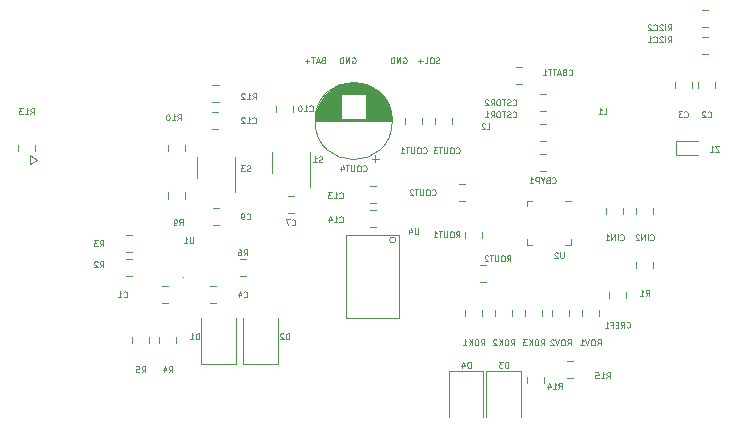
<source format=gbo>
G04 #@! TF.GenerationSoftware,KiCad,Pcbnew,(5.1.6)-1*
G04 #@! TF.CreationDate,2021-11-15T16:50:44+01:00*
G04 #@! TF.ProjectId,Power_module_v1,506f7765-725f-46d6-9f64-756c655f7631,rev?*
G04 #@! TF.SameCoordinates,Original*
G04 #@! TF.FileFunction,Legend,Bot*
G04 #@! TF.FilePolarity,Positive*
%FSLAX46Y46*%
G04 Gerber Fmt 4.6, Leading zero omitted, Abs format (unit mm)*
G04 Created by KiCad (PCBNEW (5.1.6)-1) date 2021-11-15 16:50:44*
%MOMM*%
%LPD*%
G01*
G04 APERTURE LIST*
%ADD10C,0.125000*%
%ADD11C,0.120000*%
G04 APERTURE END LIST*
D10*
X128170666Y-76148380D02*
X128099238Y-76172190D01*
X127980190Y-76172190D01*
X127932571Y-76148380D01*
X127908761Y-76124571D01*
X127884952Y-76076952D01*
X127884952Y-76029333D01*
X127908761Y-75981714D01*
X127932571Y-75957904D01*
X127980190Y-75934095D01*
X128075428Y-75910285D01*
X128123047Y-75886476D01*
X128146857Y-75862666D01*
X128170666Y-75815047D01*
X128170666Y-75767428D01*
X128146857Y-75719809D01*
X128123047Y-75696000D01*
X128075428Y-75672190D01*
X127956380Y-75672190D01*
X127884952Y-75696000D01*
X127575428Y-75672190D02*
X127480190Y-75672190D01*
X127432571Y-75696000D01*
X127384952Y-75743619D01*
X127361142Y-75838857D01*
X127361142Y-76005523D01*
X127384952Y-76100761D01*
X127432571Y-76148380D01*
X127480190Y-76172190D01*
X127575428Y-76172190D01*
X127623047Y-76148380D01*
X127670666Y-76100761D01*
X127694476Y-76005523D01*
X127694476Y-75838857D01*
X127670666Y-75743619D01*
X127623047Y-75696000D01*
X127575428Y-75672190D01*
X126908761Y-76172190D02*
X127146857Y-76172190D01*
X127146857Y-75672190D01*
X126742095Y-75981714D02*
X126361142Y-75981714D01*
X126551619Y-76172190D02*
X126551619Y-75791238D01*
X120776952Y-75696000D02*
X120824571Y-75672190D01*
X120896000Y-75672190D01*
X120967428Y-75696000D01*
X121015047Y-75743619D01*
X121038857Y-75791238D01*
X121062666Y-75886476D01*
X121062666Y-75957904D01*
X121038857Y-76053142D01*
X121015047Y-76100761D01*
X120967428Y-76148380D01*
X120896000Y-76172190D01*
X120848380Y-76172190D01*
X120776952Y-76148380D01*
X120753142Y-76124571D01*
X120753142Y-75957904D01*
X120848380Y-75957904D01*
X120538857Y-76172190D02*
X120538857Y-75672190D01*
X120253142Y-76172190D01*
X120253142Y-75672190D01*
X120015047Y-76172190D02*
X120015047Y-75672190D01*
X119896000Y-75672190D01*
X119824571Y-75696000D01*
X119776952Y-75743619D01*
X119753142Y-75791238D01*
X119729333Y-75886476D01*
X119729333Y-75957904D01*
X119753142Y-76053142D01*
X119776952Y-76100761D01*
X119824571Y-76148380D01*
X119896000Y-76172190D01*
X120015047Y-76172190D01*
X125094952Y-75696000D02*
X125142571Y-75672190D01*
X125214000Y-75672190D01*
X125285428Y-75696000D01*
X125333047Y-75743619D01*
X125356857Y-75791238D01*
X125380666Y-75886476D01*
X125380666Y-75957904D01*
X125356857Y-76053142D01*
X125333047Y-76100761D01*
X125285428Y-76148380D01*
X125214000Y-76172190D01*
X125166380Y-76172190D01*
X125094952Y-76148380D01*
X125071142Y-76124571D01*
X125071142Y-75957904D01*
X125166380Y-75957904D01*
X124856857Y-76172190D02*
X124856857Y-75672190D01*
X124571142Y-76172190D01*
X124571142Y-75672190D01*
X124333047Y-76172190D02*
X124333047Y-75672190D01*
X124214000Y-75672190D01*
X124142571Y-75696000D01*
X124094952Y-75743619D01*
X124071142Y-75791238D01*
X124047333Y-75886476D01*
X124047333Y-75957904D01*
X124071142Y-76053142D01*
X124094952Y-76100761D01*
X124142571Y-76148380D01*
X124214000Y-76172190D01*
X124333047Y-76172190D01*
X118280571Y-75910285D02*
X118209142Y-75934095D01*
X118185333Y-75957904D01*
X118161523Y-76005523D01*
X118161523Y-76076952D01*
X118185333Y-76124571D01*
X118209142Y-76148380D01*
X118256761Y-76172190D01*
X118447238Y-76172190D01*
X118447238Y-75672190D01*
X118280571Y-75672190D01*
X118232952Y-75696000D01*
X118209142Y-75719809D01*
X118185333Y-75767428D01*
X118185333Y-75815047D01*
X118209142Y-75862666D01*
X118232952Y-75886476D01*
X118280571Y-75910285D01*
X118447238Y-75910285D01*
X117971047Y-76029333D02*
X117732952Y-76029333D01*
X118018666Y-76172190D02*
X117852000Y-75672190D01*
X117685333Y-76172190D01*
X117590095Y-75672190D02*
X117304380Y-75672190D01*
X117447238Y-76172190D02*
X117447238Y-75672190D01*
X117137714Y-75981714D02*
X116756761Y-75981714D01*
X116947238Y-76172190D02*
X116947238Y-75791238D01*
D11*
X93472000Y-84074000D02*
X93472000Y-83947000D01*
X93472000Y-84709000D02*
X93472000Y-84074000D01*
X94107000Y-84328000D02*
X93472000Y-84709000D01*
X93472000Y-83947000D02*
X94107000Y-84328000D01*
X122293748Y-87984000D02*
X122816252Y-87984000D01*
X122293748Y-86514000D02*
X122816252Y-86514000D01*
X106517223Y-94277080D02*
G75*
G03*
X106517223Y-94277080I-52363J0D01*
G01*
X128969000Y-106121000D02*
X128969000Y-102236000D01*
X128969000Y-102236000D02*
X131889000Y-102236000D01*
X131889000Y-102236000D02*
X131889000Y-106121000D01*
X132144000Y-106121000D02*
X132144000Y-102236000D01*
X132144000Y-102236000D02*
X135064000Y-102236000D01*
X135064000Y-102236000D02*
X135064000Y-106121000D01*
X114490000Y-97714000D02*
X114490000Y-101599000D01*
X114490000Y-101599000D02*
X111570000Y-101599000D01*
X111570000Y-101599000D02*
X111570000Y-97714000D01*
X110934000Y-97714000D02*
X110934000Y-101599000D01*
X110934000Y-101599000D02*
X108014000Y-101599000D01*
X108014000Y-101599000D02*
X108014000Y-97714000D01*
X124460000Y-91126000D02*
G75*
G03*
X124460000Y-91126000I-254000J0D01*
G01*
X124714000Y-97730000D02*
X124714000Y-90745000D01*
X120269000Y-97730000D02*
X124714000Y-97730000D01*
X120269000Y-90745000D02*
X120269000Y-97730000D01*
X124714000Y-90745000D02*
X120269000Y-90745000D01*
X149510000Y-77716748D02*
X149510000Y-78239252D01*
X148090000Y-77716748D02*
X148090000Y-78239252D01*
X151510000Y-77716748D02*
X151510000Y-78239252D01*
X150090000Y-77716748D02*
X150090000Y-78239252D01*
X150883252Y-73100000D02*
X150360748Y-73100000D01*
X150883252Y-71680000D02*
X150360748Y-71680000D01*
X150883252Y-75386000D02*
X150360748Y-75386000D01*
X150883252Y-73966000D02*
X150360748Y-73966000D01*
X150052000Y-82712000D02*
X148202000Y-82712000D01*
X150052000Y-83912000D02*
X148202000Y-83912000D01*
X148202000Y-83912000D02*
X148202000Y-82712000D01*
X105866000Y-99315748D02*
X105866000Y-99838252D01*
X104446000Y-99315748D02*
X104446000Y-99838252D01*
X103580000Y-99315748D02*
X103580000Y-99838252D01*
X102160000Y-99315748D02*
X102160000Y-99838252D01*
X137167252Y-81307000D02*
X136644748Y-81307000D01*
X137167252Y-82777000D02*
X136644748Y-82777000D01*
X142521000Y-95518248D02*
X142521000Y-96040752D01*
X143991000Y-95518248D02*
X143991000Y-96040752D01*
X126719000Y-81287252D02*
X126719000Y-80764748D01*
X125249000Y-81287252D02*
X125249000Y-80764748D01*
X142267000Y-88384748D02*
X142267000Y-88907252D01*
X143737000Y-88384748D02*
X143737000Y-88907252D01*
X137167252Y-83847000D02*
X136644748Y-83847000D01*
X137167252Y-85317000D02*
X136644748Y-85317000D01*
X122284748Y-90016000D02*
X122807252Y-90016000D01*
X122284748Y-88546000D02*
X122807252Y-88546000D01*
X108937248Y-81761000D02*
X109459752Y-81761000D01*
X108937248Y-80291000D02*
X109459752Y-80291000D01*
X115797000Y-80271252D02*
X115797000Y-79748748D01*
X114327000Y-80271252D02*
X114327000Y-79748748D01*
X109481252Y-88419000D02*
X108958748Y-88419000D01*
X109481252Y-89889000D02*
X108958748Y-89889000D01*
X115831252Y-87403000D02*
X115308748Y-87403000D01*
X115831252Y-88873000D02*
X115308748Y-88873000D01*
X109227252Y-95023000D02*
X108704748Y-95023000D01*
X109227252Y-96493000D02*
X108704748Y-96493000D01*
X104640748Y-96493000D02*
X105163252Y-96493000D01*
X104640748Y-95023000D02*
X105163252Y-95023000D01*
X129786748Y-86387000D02*
X130309252Y-86387000D01*
X129786748Y-87857000D02*
X130309252Y-87857000D01*
X146277000Y-88384748D02*
X146277000Y-88907252D01*
X144807000Y-88384748D02*
X144807000Y-88907252D01*
X137167252Y-78767000D02*
X136644748Y-78767000D01*
X137167252Y-80237000D02*
X136644748Y-80237000D01*
X134612748Y-77951000D02*
X135135252Y-77951000D01*
X134612748Y-76481000D02*
X135135252Y-76481000D01*
X129259000Y-81287252D02*
X129259000Y-80764748D01*
X127789000Y-81287252D02*
X127789000Y-80764748D01*
X146252000Y-92956748D02*
X146252000Y-93479252D01*
X144832000Y-92956748D02*
X144832000Y-93479252D01*
X102115252Y-92762000D02*
X101592748Y-92762000D01*
X102115252Y-94182000D02*
X101592748Y-94182000D01*
X102115252Y-92150000D02*
X101592748Y-92150000D01*
X102115252Y-90730000D02*
X101592748Y-90730000D01*
X111244748Y-92762000D02*
X111767252Y-92762000D01*
X111244748Y-94182000D02*
X111767252Y-94182000D01*
X106628000Y-87628252D02*
X106628000Y-87105748D01*
X105208000Y-87628252D02*
X105208000Y-87105748D01*
X105208000Y-83573252D02*
X105208000Y-83050748D01*
X106628000Y-83573252D02*
X106628000Y-83050748D01*
X92508000Y-83059748D02*
X92508000Y-83582252D01*
X93928000Y-83059748D02*
X93928000Y-83582252D01*
X135561000Y-102735748D02*
X135561000Y-103258252D01*
X136981000Y-102735748D02*
X136981000Y-103258252D01*
X138930748Y-101398000D02*
X139453252Y-101398000D01*
X138930748Y-102818000D02*
X139453252Y-102818000D01*
X136854000Y-97543252D02*
X136854000Y-97020748D01*
X135434000Y-97543252D02*
X135434000Y-97020748D01*
X132894000Y-97543252D02*
X132894000Y-97020748D01*
X134314000Y-97543252D02*
X134314000Y-97020748D01*
X130354000Y-97020748D02*
X130354000Y-97543252D01*
X131774000Y-97020748D02*
X131774000Y-97543252D01*
X132087252Y-94690000D02*
X131564748Y-94690000D01*
X132087252Y-93270000D02*
X131564748Y-93270000D01*
X131774000Y-90939252D02*
X131774000Y-90416748D01*
X130354000Y-90939252D02*
X130354000Y-90416748D01*
X139140000Y-97543252D02*
X139140000Y-97020748D01*
X137720000Y-97543252D02*
X137720000Y-97020748D01*
X141680000Y-97020748D02*
X141680000Y-97543252D01*
X140260000Y-97020748D02*
X140260000Y-97543252D01*
X107610000Y-85910000D02*
X107610000Y-84110000D01*
X110830000Y-84110000D02*
X110830000Y-87060000D01*
X136029000Y-87802000D02*
X135554000Y-87802000D01*
X135554000Y-87802000D02*
X135554000Y-88277000D01*
X138799000Y-91522000D02*
X139274000Y-91522000D01*
X139274000Y-91522000D02*
X139274000Y-91047000D01*
X136029000Y-91522000D02*
X135554000Y-91522000D01*
X135554000Y-91522000D02*
X135554000Y-91047000D01*
X138799000Y-87802000D02*
X139274000Y-87802000D01*
X123058000Y-84231241D02*
X122428000Y-84231241D01*
X122743000Y-84546241D02*
X122743000Y-83916241D01*
X121306000Y-77805000D02*
X120502000Y-77805000D01*
X121537000Y-77845000D02*
X120271000Y-77845000D01*
X121706000Y-77885000D02*
X120102000Y-77885000D01*
X121844000Y-77925000D02*
X119964000Y-77925000D01*
X121963000Y-77965000D02*
X119845000Y-77965000D01*
X122069000Y-78005000D02*
X119739000Y-78005000D01*
X122166000Y-78045000D02*
X119642000Y-78045000D01*
X122254000Y-78085000D02*
X119554000Y-78085000D01*
X122336000Y-78125000D02*
X119472000Y-78125000D01*
X122413000Y-78165000D02*
X119395000Y-78165000D01*
X122485000Y-78205000D02*
X119323000Y-78205000D01*
X122554000Y-78245000D02*
X119254000Y-78245000D01*
X122618000Y-78285000D02*
X119190000Y-78285000D01*
X122680000Y-78325000D02*
X119128000Y-78325000D01*
X122738000Y-78365000D02*
X119070000Y-78365000D01*
X122794000Y-78405000D02*
X119014000Y-78405000D01*
X122848000Y-78445000D02*
X118960000Y-78445000D01*
X122899000Y-78485000D02*
X118909000Y-78485000D01*
X122948000Y-78525000D02*
X118860000Y-78525000D01*
X122996000Y-78565000D02*
X118812000Y-78565000D01*
X123041000Y-78605000D02*
X118767000Y-78605000D01*
X123086000Y-78645000D02*
X118722000Y-78645000D01*
X123128000Y-78685000D02*
X118680000Y-78685000D01*
X123169000Y-78725000D02*
X118639000Y-78725000D01*
X119864000Y-78765000D02*
X118599000Y-78765000D01*
X123209000Y-78765000D02*
X121944000Y-78765000D01*
X119864000Y-78805000D02*
X118561000Y-78805000D01*
X123247000Y-78805000D02*
X121944000Y-78805000D01*
X119864000Y-78845000D02*
X118524000Y-78845000D01*
X123284000Y-78845000D02*
X121944000Y-78845000D01*
X119864000Y-78885000D02*
X118488000Y-78885000D01*
X123320000Y-78885000D02*
X121944000Y-78885000D01*
X119864000Y-78925000D02*
X118454000Y-78925000D01*
X123354000Y-78925000D02*
X121944000Y-78925000D01*
X119864000Y-78965000D02*
X118420000Y-78965000D01*
X123388000Y-78965000D02*
X121944000Y-78965000D01*
X119864000Y-79005000D02*
X118388000Y-79005000D01*
X123420000Y-79005000D02*
X121944000Y-79005000D01*
X119864000Y-79045000D02*
X118356000Y-79045000D01*
X123452000Y-79045000D02*
X121944000Y-79045000D01*
X119864000Y-79085000D02*
X118326000Y-79085000D01*
X123482000Y-79085000D02*
X121944000Y-79085000D01*
X119864000Y-79125000D02*
X118297000Y-79125000D01*
X123511000Y-79125000D02*
X121944000Y-79125000D01*
X119864000Y-79165000D02*
X118268000Y-79165000D01*
X123540000Y-79165000D02*
X121944000Y-79165000D01*
X119864000Y-79205000D02*
X118240000Y-79205000D01*
X123568000Y-79205000D02*
X121944000Y-79205000D01*
X119864000Y-79245000D02*
X118214000Y-79245000D01*
X123594000Y-79245000D02*
X121944000Y-79245000D01*
X119864000Y-79285000D02*
X118188000Y-79285000D01*
X123620000Y-79285000D02*
X121944000Y-79285000D01*
X119864000Y-79325000D02*
X118162000Y-79325000D01*
X123646000Y-79325000D02*
X121944000Y-79325000D01*
X119864000Y-79365000D02*
X118138000Y-79365000D01*
X123670000Y-79365000D02*
X121944000Y-79365000D01*
X119864000Y-79405000D02*
X118114000Y-79405000D01*
X123694000Y-79405000D02*
X121944000Y-79405000D01*
X119864000Y-79445000D02*
X118092000Y-79445000D01*
X123716000Y-79445000D02*
X121944000Y-79445000D01*
X119864000Y-79485000D02*
X118070000Y-79485000D01*
X123738000Y-79485000D02*
X121944000Y-79485000D01*
X119864000Y-79525000D02*
X118048000Y-79525000D01*
X123760000Y-79525000D02*
X121944000Y-79525000D01*
X119864000Y-79565000D02*
X118028000Y-79565000D01*
X123780000Y-79565000D02*
X121944000Y-79565000D01*
X119864000Y-79605000D02*
X118008000Y-79605000D01*
X123800000Y-79605000D02*
X121944000Y-79605000D01*
X119864000Y-79645000D02*
X117988000Y-79645000D01*
X123820000Y-79645000D02*
X121944000Y-79645000D01*
X119864000Y-79685000D02*
X117970000Y-79685000D01*
X123838000Y-79685000D02*
X121944000Y-79685000D01*
X119864000Y-79725000D02*
X117952000Y-79725000D01*
X123856000Y-79725000D02*
X121944000Y-79725000D01*
X119864000Y-79765000D02*
X117934000Y-79765000D01*
X123874000Y-79765000D02*
X121944000Y-79765000D01*
X119864000Y-79805000D02*
X117918000Y-79805000D01*
X123890000Y-79805000D02*
X121944000Y-79805000D01*
X119864000Y-79845000D02*
X117902000Y-79845000D01*
X123906000Y-79845000D02*
X121944000Y-79845000D01*
X119864000Y-79885000D02*
X117886000Y-79885000D01*
X123922000Y-79885000D02*
X121944000Y-79885000D01*
X119864000Y-79925000D02*
X117871000Y-79925000D01*
X123937000Y-79925000D02*
X121944000Y-79925000D01*
X119864000Y-79965000D02*
X117857000Y-79965000D01*
X123951000Y-79965000D02*
X121944000Y-79965000D01*
X119864000Y-80005000D02*
X117843000Y-80005000D01*
X123965000Y-80005000D02*
X121944000Y-80005000D01*
X119864000Y-80045000D02*
X117830000Y-80045000D01*
X123978000Y-80045000D02*
X121944000Y-80045000D01*
X119864000Y-80085000D02*
X117818000Y-80085000D01*
X123990000Y-80085000D02*
X121944000Y-80085000D01*
X119864000Y-80125000D02*
X117806000Y-80125000D01*
X124002000Y-80125000D02*
X121944000Y-80125000D01*
X119864000Y-80165000D02*
X117794000Y-80165000D01*
X124014000Y-80165000D02*
X121944000Y-80165000D01*
X119864000Y-80205000D02*
X117783000Y-80205000D01*
X124025000Y-80205000D02*
X121944000Y-80205000D01*
X119864000Y-80245000D02*
X117773000Y-80245000D01*
X124035000Y-80245000D02*
X121944000Y-80245000D01*
X119864000Y-80285000D02*
X117763000Y-80285000D01*
X124045000Y-80285000D02*
X121944000Y-80285000D01*
X119864000Y-80325000D02*
X117754000Y-80325000D01*
X124054000Y-80325000D02*
X121944000Y-80325000D01*
X119864000Y-80366000D02*
X117745000Y-80366000D01*
X124063000Y-80366000D02*
X121944000Y-80366000D01*
X119864000Y-80406000D02*
X117737000Y-80406000D01*
X124071000Y-80406000D02*
X121944000Y-80406000D01*
X119864000Y-80446000D02*
X117729000Y-80446000D01*
X124079000Y-80446000D02*
X121944000Y-80446000D01*
X119864000Y-80486000D02*
X117722000Y-80486000D01*
X124086000Y-80486000D02*
X121944000Y-80486000D01*
X119864000Y-80526000D02*
X117715000Y-80526000D01*
X124093000Y-80526000D02*
X121944000Y-80526000D01*
X119864000Y-80566000D02*
X117709000Y-80566000D01*
X124099000Y-80566000D02*
X121944000Y-80566000D01*
X119864000Y-80606000D02*
X117703000Y-80606000D01*
X124105000Y-80606000D02*
X121944000Y-80606000D01*
X119864000Y-80646000D02*
X117698000Y-80646000D01*
X124110000Y-80646000D02*
X121944000Y-80646000D01*
X119864000Y-80686000D02*
X117693000Y-80686000D01*
X124115000Y-80686000D02*
X121944000Y-80686000D01*
X119864000Y-80726000D02*
X117689000Y-80726000D01*
X124119000Y-80726000D02*
X121944000Y-80726000D01*
X119864000Y-80766000D02*
X117686000Y-80766000D01*
X124122000Y-80766000D02*
X121944000Y-80766000D01*
X119864000Y-80806000D02*
X117682000Y-80806000D01*
X124126000Y-80806000D02*
X121944000Y-80806000D01*
X124128000Y-80846000D02*
X117680000Y-80846000D01*
X124131000Y-80886000D02*
X117677000Y-80886000D01*
X124132000Y-80926000D02*
X117676000Y-80926000D01*
X124134000Y-80966000D02*
X117674000Y-80966000D01*
X124134000Y-81006000D02*
X117674000Y-81006000D01*
X124134000Y-81046000D02*
X117674000Y-81046000D01*
X124174000Y-81046000D02*
G75*
G03*
X124174000Y-81046000I-3270000J0D01*
G01*
X109472252Y-79450000D02*
X108949748Y-79450000D01*
X109472252Y-78030000D02*
X108949748Y-78030000D01*
X117180000Y-83682000D02*
X117180000Y-86632000D01*
X113960000Y-85482000D02*
X113960000Y-83682000D01*
D10*
X119701428Y-87554571D02*
X119725238Y-87578380D01*
X119796666Y-87602190D01*
X119844285Y-87602190D01*
X119915714Y-87578380D01*
X119963333Y-87530761D01*
X119987142Y-87483142D01*
X120010952Y-87387904D01*
X120010952Y-87316476D01*
X119987142Y-87221238D01*
X119963333Y-87173619D01*
X119915714Y-87126000D01*
X119844285Y-87102190D01*
X119796666Y-87102190D01*
X119725238Y-87126000D01*
X119701428Y-87149809D01*
X119225238Y-87602190D02*
X119510952Y-87602190D01*
X119368095Y-87602190D02*
X119368095Y-87102190D01*
X119415714Y-87173619D01*
X119463333Y-87221238D01*
X119510952Y-87245047D01*
X119058571Y-87102190D02*
X118749047Y-87102190D01*
X118915714Y-87292666D01*
X118844285Y-87292666D01*
X118796666Y-87316476D01*
X118772857Y-87340285D01*
X118749047Y-87387904D01*
X118749047Y-87506952D01*
X118772857Y-87554571D01*
X118796666Y-87578380D01*
X118844285Y-87602190D01*
X118987142Y-87602190D01*
X119034761Y-87578380D01*
X119058571Y-87554571D01*
X107314952Y-90912190D02*
X107314952Y-91316952D01*
X107291142Y-91364571D01*
X107267333Y-91388380D01*
X107219714Y-91412190D01*
X107124476Y-91412190D01*
X107076857Y-91388380D01*
X107053047Y-91364571D01*
X107029238Y-91316952D01*
X107029238Y-90912190D01*
X106529238Y-91412190D02*
X106814952Y-91412190D01*
X106672095Y-91412190D02*
X106672095Y-90912190D01*
X106719714Y-90983619D01*
X106767333Y-91031238D01*
X106814952Y-91055047D01*
X130798047Y-101953190D02*
X130798047Y-101453190D01*
X130679000Y-101453190D01*
X130607571Y-101477000D01*
X130559952Y-101524619D01*
X130536142Y-101572238D01*
X130512333Y-101667476D01*
X130512333Y-101738904D01*
X130536142Y-101834142D01*
X130559952Y-101881761D01*
X130607571Y-101929380D01*
X130679000Y-101953190D01*
X130798047Y-101953190D01*
X130083761Y-101619857D02*
X130083761Y-101953190D01*
X130202809Y-101429380D02*
X130321857Y-101786523D01*
X130012333Y-101786523D01*
X133973047Y-101953190D02*
X133973047Y-101453190D01*
X133854000Y-101453190D01*
X133782571Y-101477000D01*
X133734952Y-101524619D01*
X133711142Y-101572238D01*
X133687333Y-101667476D01*
X133687333Y-101738904D01*
X133711142Y-101834142D01*
X133734952Y-101881761D01*
X133782571Y-101929380D01*
X133854000Y-101953190D01*
X133973047Y-101953190D01*
X133520666Y-101453190D02*
X133211142Y-101453190D01*
X133377809Y-101643666D01*
X133306380Y-101643666D01*
X133258761Y-101667476D01*
X133234952Y-101691285D01*
X133211142Y-101738904D01*
X133211142Y-101857952D01*
X133234952Y-101905571D01*
X133258761Y-101929380D01*
X133306380Y-101953190D01*
X133449238Y-101953190D01*
X133496857Y-101929380D01*
X133520666Y-101905571D01*
X115431047Y-99540190D02*
X115431047Y-99040190D01*
X115312000Y-99040190D01*
X115240571Y-99064000D01*
X115192952Y-99111619D01*
X115169142Y-99159238D01*
X115145333Y-99254476D01*
X115145333Y-99325904D01*
X115169142Y-99421142D01*
X115192952Y-99468761D01*
X115240571Y-99516380D01*
X115312000Y-99540190D01*
X115431047Y-99540190D01*
X114954857Y-99087809D02*
X114931047Y-99064000D01*
X114883428Y-99040190D01*
X114764380Y-99040190D01*
X114716761Y-99064000D01*
X114692952Y-99087809D01*
X114669142Y-99135428D01*
X114669142Y-99183047D01*
X114692952Y-99254476D01*
X114978666Y-99540190D01*
X114669142Y-99540190D01*
X107811047Y-99540190D02*
X107811047Y-99040190D01*
X107692000Y-99040190D01*
X107620571Y-99064000D01*
X107572952Y-99111619D01*
X107549142Y-99159238D01*
X107525333Y-99254476D01*
X107525333Y-99325904D01*
X107549142Y-99421142D01*
X107572952Y-99468761D01*
X107620571Y-99516380D01*
X107692000Y-99540190D01*
X107811047Y-99540190D01*
X107049142Y-99540190D02*
X107334857Y-99540190D01*
X107192000Y-99540190D02*
X107192000Y-99040190D01*
X107239619Y-99111619D01*
X107287238Y-99159238D01*
X107334857Y-99183047D01*
X126364952Y-90150190D02*
X126364952Y-90554952D01*
X126341142Y-90602571D01*
X126317333Y-90626380D01*
X126269714Y-90650190D01*
X126174476Y-90650190D01*
X126126857Y-90626380D01*
X126103047Y-90602571D01*
X126079238Y-90554952D01*
X126079238Y-90150190D01*
X125626857Y-90316857D02*
X125626857Y-90650190D01*
X125745904Y-90126380D02*
X125864952Y-90483523D01*
X125555428Y-90483523D01*
X148883333Y-80696571D02*
X148907142Y-80720380D01*
X148978571Y-80744190D01*
X149026190Y-80744190D01*
X149097619Y-80720380D01*
X149145238Y-80672761D01*
X149169047Y-80625142D01*
X149192857Y-80529904D01*
X149192857Y-80458476D01*
X149169047Y-80363238D01*
X149145238Y-80315619D01*
X149097619Y-80268000D01*
X149026190Y-80244190D01*
X148978571Y-80244190D01*
X148907142Y-80268000D01*
X148883333Y-80291809D01*
X148716666Y-80244190D02*
X148407142Y-80244190D01*
X148573809Y-80434666D01*
X148502380Y-80434666D01*
X148454761Y-80458476D01*
X148430952Y-80482285D01*
X148407142Y-80529904D01*
X148407142Y-80648952D01*
X148430952Y-80696571D01*
X148454761Y-80720380D01*
X148502380Y-80744190D01*
X148645238Y-80744190D01*
X148692857Y-80720380D01*
X148716666Y-80696571D01*
X150883333Y-80696571D02*
X150907142Y-80720380D01*
X150978571Y-80744190D01*
X151026190Y-80744190D01*
X151097619Y-80720380D01*
X151145238Y-80672761D01*
X151169047Y-80625142D01*
X151192857Y-80529904D01*
X151192857Y-80458476D01*
X151169047Y-80363238D01*
X151145238Y-80315619D01*
X151097619Y-80268000D01*
X151026190Y-80244190D01*
X150978571Y-80244190D01*
X150907142Y-80268000D01*
X150883333Y-80291809D01*
X150692857Y-80291809D02*
X150669047Y-80268000D01*
X150621428Y-80244190D01*
X150502380Y-80244190D01*
X150454761Y-80268000D01*
X150430952Y-80291809D01*
X150407142Y-80339428D01*
X150407142Y-80387047D01*
X150430952Y-80458476D01*
X150716666Y-80744190D01*
X150407142Y-80744190D01*
X147502476Y-73378190D02*
X147669142Y-73140095D01*
X147788190Y-73378190D02*
X147788190Y-72878190D01*
X147597714Y-72878190D01*
X147550095Y-72902000D01*
X147526285Y-72925809D01*
X147502476Y-72973428D01*
X147502476Y-73044857D01*
X147526285Y-73092476D01*
X147550095Y-73116285D01*
X147597714Y-73140095D01*
X147788190Y-73140095D01*
X147288190Y-73378190D02*
X147288190Y-72878190D01*
X147073904Y-72925809D02*
X147050095Y-72902000D01*
X147002476Y-72878190D01*
X146883428Y-72878190D01*
X146835809Y-72902000D01*
X146812000Y-72925809D01*
X146788190Y-72973428D01*
X146788190Y-73021047D01*
X146812000Y-73092476D01*
X147097714Y-73378190D01*
X146788190Y-73378190D01*
X146288190Y-73330571D02*
X146312000Y-73354380D01*
X146383428Y-73378190D01*
X146431047Y-73378190D01*
X146502476Y-73354380D01*
X146550095Y-73306761D01*
X146573904Y-73259142D01*
X146597714Y-73163904D01*
X146597714Y-73092476D01*
X146573904Y-72997238D01*
X146550095Y-72949619D01*
X146502476Y-72902000D01*
X146431047Y-72878190D01*
X146383428Y-72878190D01*
X146312000Y-72902000D01*
X146288190Y-72925809D01*
X146097714Y-72925809D02*
X146073904Y-72902000D01*
X146026285Y-72878190D01*
X145907238Y-72878190D01*
X145859619Y-72902000D01*
X145835809Y-72925809D01*
X145812000Y-72973428D01*
X145812000Y-73021047D01*
X145835809Y-73092476D01*
X146121523Y-73378190D01*
X145812000Y-73378190D01*
X147502476Y-74394190D02*
X147669142Y-74156095D01*
X147788190Y-74394190D02*
X147788190Y-73894190D01*
X147597714Y-73894190D01*
X147550095Y-73918000D01*
X147526285Y-73941809D01*
X147502476Y-73989428D01*
X147502476Y-74060857D01*
X147526285Y-74108476D01*
X147550095Y-74132285D01*
X147597714Y-74156095D01*
X147788190Y-74156095D01*
X147288190Y-74394190D02*
X147288190Y-73894190D01*
X147073904Y-73941809D02*
X147050095Y-73918000D01*
X147002476Y-73894190D01*
X146883428Y-73894190D01*
X146835809Y-73918000D01*
X146812000Y-73941809D01*
X146788190Y-73989428D01*
X146788190Y-74037047D01*
X146812000Y-74108476D01*
X147097714Y-74394190D01*
X146788190Y-74394190D01*
X146288190Y-74346571D02*
X146312000Y-74370380D01*
X146383428Y-74394190D01*
X146431047Y-74394190D01*
X146502476Y-74370380D01*
X146550095Y-74322761D01*
X146573904Y-74275142D01*
X146597714Y-74179904D01*
X146597714Y-74108476D01*
X146573904Y-74013238D01*
X146550095Y-73965619D01*
X146502476Y-73918000D01*
X146431047Y-73894190D01*
X146383428Y-73894190D01*
X146312000Y-73918000D01*
X146288190Y-73941809D01*
X145812000Y-74394190D02*
X146097714Y-74394190D01*
X145954857Y-74394190D02*
X145954857Y-73894190D01*
X146002476Y-73965619D01*
X146050095Y-74013238D01*
X146097714Y-74037047D01*
X151856761Y-83138190D02*
X151523428Y-83138190D01*
X151856761Y-83638190D01*
X151523428Y-83638190D01*
X151071047Y-83638190D02*
X151356761Y-83638190D01*
X151213904Y-83638190D02*
X151213904Y-83138190D01*
X151261523Y-83209619D01*
X151309142Y-83257238D01*
X151356761Y-83281047D01*
X105239333Y-102334190D02*
X105406000Y-102096095D01*
X105525047Y-102334190D02*
X105525047Y-101834190D01*
X105334571Y-101834190D01*
X105286952Y-101858000D01*
X105263142Y-101881809D01*
X105239333Y-101929428D01*
X105239333Y-102000857D01*
X105263142Y-102048476D01*
X105286952Y-102072285D01*
X105334571Y-102096095D01*
X105525047Y-102096095D01*
X104810761Y-102000857D02*
X104810761Y-102334190D01*
X104929809Y-101810380D02*
X105048857Y-102167523D01*
X104739333Y-102167523D01*
X102953333Y-102334190D02*
X103120000Y-102096095D01*
X103239047Y-102334190D02*
X103239047Y-101834190D01*
X103048571Y-101834190D01*
X103000952Y-101858000D01*
X102977142Y-101881809D01*
X102953333Y-101929428D01*
X102953333Y-102000857D01*
X102977142Y-102048476D01*
X103000952Y-102072285D01*
X103048571Y-102096095D01*
X103239047Y-102096095D01*
X102500952Y-101834190D02*
X102739047Y-101834190D01*
X102762857Y-102072285D01*
X102739047Y-102048476D01*
X102691428Y-102024666D01*
X102572380Y-102024666D01*
X102524761Y-102048476D01*
X102500952Y-102072285D01*
X102477142Y-102119904D01*
X102477142Y-102238952D01*
X102500952Y-102286571D01*
X102524761Y-102310380D01*
X102572380Y-102334190D01*
X102691428Y-102334190D01*
X102739047Y-102310380D01*
X102762857Y-102286571D01*
X134373809Y-80696571D02*
X134397619Y-80720380D01*
X134469047Y-80744190D01*
X134516666Y-80744190D01*
X134588095Y-80720380D01*
X134635714Y-80672761D01*
X134659523Y-80625142D01*
X134683333Y-80529904D01*
X134683333Y-80458476D01*
X134659523Y-80363238D01*
X134635714Y-80315619D01*
X134588095Y-80268000D01*
X134516666Y-80244190D01*
X134469047Y-80244190D01*
X134397619Y-80268000D01*
X134373809Y-80291809D01*
X134183333Y-80720380D02*
X134111904Y-80744190D01*
X133992857Y-80744190D01*
X133945238Y-80720380D01*
X133921428Y-80696571D01*
X133897619Y-80648952D01*
X133897619Y-80601333D01*
X133921428Y-80553714D01*
X133945238Y-80529904D01*
X133992857Y-80506095D01*
X134088095Y-80482285D01*
X134135714Y-80458476D01*
X134159523Y-80434666D01*
X134183333Y-80387047D01*
X134183333Y-80339428D01*
X134159523Y-80291809D01*
X134135714Y-80268000D01*
X134088095Y-80244190D01*
X133969047Y-80244190D01*
X133897619Y-80268000D01*
X133754761Y-80244190D02*
X133469047Y-80244190D01*
X133611904Y-80744190D02*
X133611904Y-80244190D01*
X133207142Y-80244190D02*
X133111904Y-80244190D01*
X133064285Y-80268000D01*
X133016666Y-80315619D01*
X132992857Y-80410857D01*
X132992857Y-80577523D01*
X133016666Y-80672761D01*
X133064285Y-80720380D01*
X133111904Y-80744190D01*
X133207142Y-80744190D01*
X133254761Y-80720380D01*
X133302380Y-80672761D01*
X133326190Y-80577523D01*
X133326190Y-80410857D01*
X133302380Y-80315619D01*
X133254761Y-80268000D01*
X133207142Y-80244190D01*
X132492857Y-80744190D02*
X132659523Y-80506095D01*
X132778571Y-80744190D02*
X132778571Y-80244190D01*
X132588095Y-80244190D01*
X132540476Y-80268000D01*
X132516666Y-80291809D01*
X132492857Y-80339428D01*
X132492857Y-80410857D01*
X132516666Y-80458476D01*
X132540476Y-80482285D01*
X132588095Y-80506095D01*
X132778571Y-80506095D01*
X132016666Y-80744190D02*
X132302380Y-80744190D01*
X132159523Y-80744190D02*
X132159523Y-80244190D01*
X132207142Y-80315619D01*
X132254761Y-80363238D01*
X132302380Y-80387047D01*
X144029809Y-98498071D02*
X144053619Y-98521880D01*
X144125047Y-98545690D01*
X144172666Y-98545690D01*
X144244095Y-98521880D01*
X144291714Y-98474261D01*
X144315523Y-98426642D01*
X144339333Y-98331404D01*
X144339333Y-98259976D01*
X144315523Y-98164738D01*
X144291714Y-98117119D01*
X144244095Y-98069500D01*
X144172666Y-98045690D01*
X144125047Y-98045690D01*
X144053619Y-98069500D01*
X144029809Y-98093309D01*
X143529809Y-98545690D02*
X143696476Y-98307595D01*
X143815523Y-98545690D02*
X143815523Y-98045690D01*
X143625047Y-98045690D01*
X143577428Y-98069500D01*
X143553619Y-98093309D01*
X143529809Y-98140928D01*
X143529809Y-98212357D01*
X143553619Y-98259976D01*
X143577428Y-98283785D01*
X143625047Y-98307595D01*
X143815523Y-98307595D01*
X143315523Y-98283785D02*
X143148857Y-98283785D01*
X143077428Y-98545690D02*
X143315523Y-98545690D01*
X143315523Y-98045690D01*
X143077428Y-98045690D01*
X142696476Y-98283785D02*
X142863142Y-98283785D01*
X142863142Y-98545690D02*
X142863142Y-98045690D01*
X142625047Y-98045690D01*
X142172666Y-98545690D02*
X142458380Y-98545690D01*
X142315523Y-98545690D02*
X142315523Y-98045690D01*
X142363142Y-98117119D01*
X142410761Y-98164738D01*
X142458380Y-98188547D01*
X126781619Y-83744571D02*
X126805428Y-83768380D01*
X126876857Y-83792190D01*
X126924476Y-83792190D01*
X126995904Y-83768380D01*
X127043523Y-83720761D01*
X127067333Y-83673142D01*
X127091142Y-83577904D01*
X127091142Y-83506476D01*
X127067333Y-83411238D01*
X127043523Y-83363619D01*
X126995904Y-83316000D01*
X126924476Y-83292190D01*
X126876857Y-83292190D01*
X126805428Y-83316000D01*
X126781619Y-83339809D01*
X126472095Y-83292190D02*
X126376857Y-83292190D01*
X126329238Y-83316000D01*
X126281619Y-83363619D01*
X126257809Y-83458857D01*
X126257809Y-83625523D01*
X126281619Y-83720761D01*
X126329238Y-83768380D01*
X126376857Y-83792190D01*
X126472095Y-83792190D01*
X126519714Y-83768380D01*
X126567333Y-83720761D01*
X126591142Y-83625523D01*
X126591142Y-83458857D01*
X126567333Y-83363619D01*
X126519714Y-83316000D01*
X126472095Y-83292190D01*
X126043523Y-83292190D02*
X126043523Y-83696952D01*
X126019714Y-83744571D01*
X125995904Y-83768380D01*
X125948285Y-83792190D01*
X125853047Y-83792190D01*
X125805428Y-83768380D01*
X125781619Y-83744571D01*
X125757809Y-83696952D01*
X125757809Y-83292190D01*
X125591142Y-83292190D02*
X125305428Y-83292190D01*
X125448285Y-83792190D02*
X125448285Y-83292190D01*
X124876857Y-83792190D02*
X125162571Y-83792190D01*
X125019714Y-83792190D02*
X125019714Y-83292190D01*
X125067333Y-83363619D01*
X125114952Y-83411238D01*
X125162571Y-83435047D01*
X143466285Y-91110571D02*
X143490095Y-91134380D01*
X143561523Y-91158190D01*
X143609142Y-91158190D01*
X143680571Y-91134380D01*
X143728190Y-91086761D01*
X143752000Y-91039142D01*
X143775809Y-90943904D01*
X143775809Y-90872476D01*
X143752000Y-90777238D01*
X143728190Y-90729619D01*
X143680571Y-90682000D01*
X143609142Y-90658190D01*
X143561523Y-90658190D01*
X143490095Y-90682000D01*
X143466285Y-90705809D01*
X143252000Y-91158190D02*
X143252000Y-90658190D01*
X143013904Y-91158190D02*
X143013904Y-90658190D01*
X142728190Y-91158190D01*
X142728190Y-90658190D01*
X142228190Y-91158190D02*
X142513904Y-91158190D01*
X142371047Y-91158190D02*
X142371047Y-90658190D01*
X142418666Y-90729619D01*
X142466285Y-90777238D01*
X142513904Y-90801047D01*
X137703619Y-86284571D02*
X137727428Y-86308380D01*
X137798857Y-86332190D01*
X137846476Y-86332190D01*
X137917904Y-86308380D01*
X137965523Y-86260761D01*
X137989333Y-86213142D01*
X138013142Y-86117904D01*
X138013142Y-86046476D01*
X137989333Y-85951238D01*
X137965523Y-85903619D01*
X137917904Y-85856000D01*
X137846476Y-85832190D01*
X137798857Y-85832190D01*
X137727428Y-85856000D01*
X137703619Y-85879809D01*
X137322666Y-86070285D02*
X137251238Y-86094095D01*
X137227428Y-86117904D01*
X137203619Y-86165523D01*
X137203619Y-86236952D01*
X137227428Y-86284571D01*
X137251238Y-86308380D01*
X137298857Y-86332190D01*
X137489333Y-86332190D01*
X137489333Y-85832190D01*
X137322666Y-85832190D01*
X137275047Y-85856000D01*
X137251238Y-85879809D01*
X137227428Y-85927428D01*
X137227428Y-85975047D01*
X137251238Y-86022666D01*
X137275047Y-86046476D01*
X137322666Y-86070285D01*
X137489333Y-86070285D01*
X136894095Y-86094095D02*
X136894095Y-86332190D01*
X137060761Y-85832190D02*
X136894095Y-86094095D01*
X136727428Y-85832190D01*
X136560761Y-86332190D02*
X136560761Y-85832190D01*
X136370285Y-85832190D01*
X136322666Y-85856000D01*
X136298857Y-85879809D01*
X136275047Y-85927428D01*
X136275047Y-85998857D01*
X136298857Y-86046476D01*
X136322666Y-86070285D01*
X136370285Y-86094095D01*
X136560761Y-86094095D01*
X135798857Y-86332190D02*
X136084571Y-86332190D01*
X135941714Y-86332190D02*
X135941714Y-85832190D01*
X135989333Y-85903619D01*
X136036952Y-85951238D01*
X136084571Y-85975047D01*
X119701428Y-89586571D02*
X119725238Y-89610380D01*
X119796666Y-89634190D01*
X119844285Y-89634190D01*
X119915714Y-89610380D01*
X119963333Y-89562761D01*
X119987142Y-89515142D01*
X120010952Y-89419904D01*
X120010952Y-89348476D01*
X119987142Y-89253238D01*
X119963333Y-89205619D01*
X119915714Y-89158000D01*
X119844285Y-89134190D01*
X119796666Y-89134190D01*
X119725238Y-89158000D01*
X119701428Y-89181809D01*
X119225238Y-89634190D02*
X119510952Y-89634190D01*
X119368095Y-89634190D02*
X119368095Y-89134190D01*
X119415714Y-89205619D01*
X119463333Y-89253238D01*
X119510952Y-89277047D01*
X118796666Y-89300857D02*
X118796666Y-89634190D01*
X118915714Y-89110380D02*
X119034761Y-89467523D01*
X118725238Y-89467523D01*
X112335428Y-81204571D02*
X112359238Y-81228380D01*
X112430666Y-81252190D01*
X112478285Y-81252190D01*
X112549714Y-81228380D01*
X112597333Y-81180761D01*
X112621142Y-81133142D01*
X112644952Y-81037904D01*
X112644952Y-80966476D01*
X112621142Y-80871238D01*
X112597333Y-80823619D01*
X112549714Y-80776000D01*
X112478285Y-80752190D01*
X112430666Y-80752190D01*
X112359238Y-80776000D01*
X112335428Y-80799809D01*
X111859238Y-81252190D02*
X112144952Y-81252190D01*
X112002095Y-81252190D02*
X112002095Y-80752190D01*
X112049714Y-80823619D01*
X112097333Y-80871238D01*
X112144952Y-80895047D01*
X111668761Y-80799809D02*
X111644952Y-80776000D01*
X111597333Y-80752190D01*
X111478285Y-80752190D01*
X111430666Y-80776000D01*
X111406857Y-80799809D01*
X111383047Y-80847428D01*
X111383047Y-80895047D01*
X111406857Y-80966476D01*
X111692571Y-81252190D01*
X111383047Y-81252190D01*
X117161428Y-80188571D02*
X117185238Y-80212380D01*
X117256666Y-80236190D01*
X117304285Y-80236190D01*
X117375714Y-80212380D01*
X117423333Y-80164761D01*
X117447142Y-80117142D01*
X117470952Y-80021904D01*
X117470952Y-79950476D01*
X117447142Y-79855238D01*
X117423333Y-79807619D01*
X117375714Y-79760000D01*
X117304285Y-79736190D01*
X117256666Y-79736190D01*
X117185238Y-79760000D01*
X117161428Y-79783809D01*
X116685238Y-80236190D02*
X116970952Y-80236190D01*
X116828095Y-80236190D02*
X116828095Y-79736190D01*
X116875714Y-79807619D01*
X116923333Y-79855238D01*
X116970952Y-79879047D01*
X116375714Y-79736190D02*
X116328095Y-79736190D01*
X116280476Y-79760000D01*
X116256666Y-79783809D01*
X116232857Y-79831428D01*
X116209047Y-79926666D01*
X116209047Y-80045714D01*
X116232857Y-80140952D01*
X116256666Y-80188571D01*
X116280476Y-80212380D01*
X116328095Y-80236190D01*
X116375714Y-80236190D01*
X116423333Y-80212380D01*
X116447142Y-80188571D01*
X116470952Y-80140952D01*
X116494761Y-80045714D01*
X116494761Y-79926666D01*
X116470952Y-79831428D01*
X116447142Y-79783809D01*
X116423333Y-79760000D01*
X116375714Y-79736190D01*
X111843333Y-89332571D02*
X111867142Y-89356380D01*
X111938571Y-89380190D01*
X111986190Y-89380190D01*
X112057619Y-89356380D01*
X112105238Y-89308761D01*
X112129047Y-89261142D01*
X112152857Y-89165904D01*
X112152857Y-89094476D01*
X112129047Y-88999238D01*
X112105238Y-88951619D01*
X112057619Y-88904000D01*
X111986190Y-88880190D01*
X111938571Y-88880190D01*
X111867142Y-88904000D01*
X111843333Y-88927809D01*
X111605238Y-89380190D02*
X111510000Y-89380190D01*
X111462380Y-89356380D01*
X111438571Y-89332571D01*
X111390952Y-89261142D01*
X111367142Y-89165904D01*
X111367142Y-88975428D01*
X111390952Y-88927809D01*
X111414761Y-88904000D01*
X111462380Y-88880190D01*
X111557619Y-88880190D01*
X111605238Y-88904000D01*
X111629047Y-88927809D01*
X111652857Y-88975428D01*
X111652857Y-89094476D01*
X111629047Y-89142095D01*
X111605238Y-89165904D01*
X111557619Y-89189714D01*
X111462380Y-89189714D01*
X111414761Y-89165904D01*
X111390952Y-89142095D01*
X111367142Y-89094476D01*
X115653333Y-89840571D02*
X115677142Y-89864380D01*
X115748571Y-89888190D01*
X115796190Y-89888190D01*
X115867619Y-89864380D01*
X115915238Y-89816761D01*
X115939047Y-89769142D01*
X115962857Y-89673904D01*
X115962857Y-89602476D01*
X115939047Y-89507238D01*
X115915238Y-89459619D01*
X115867619Y-89412000D01*
X115796190Y-89388190D01*
X115748571Y-89388190D01*
X115677142Y-89412000D01*
X115653333Y-89435809D01*
X115486666Y-89388190D02*
X115153333Y-89388190D01*
X115367619Y-89888190D01*
X111589333Y-95936571D02*
X111613142Y-95960380D01*
X111684571Y-95984190D01*
X111732190Y-95984190D01*
X111803619Y-95960380D01*
X111851238Y-95912761D01*
X111875047Y-95865142D01*
X111898857Y-95769904D01*
X111898857Y-95698476D01*
X111875047Y-95603238D01*
X111851238Y-95555619D01*
X111803619Y-95508000D01*
X111732190Y-95484190D01*
X111684571Y-95484190D01*
X111613142Y-95508000D01*
X111589333Y-95531809D01*
X111160761Y-95650857D02*
X111160761Y-95984190D01*
X111279809Y-95460380D02*
X111398857Y-95817523D01*
X111089333Y-95817523D01*
X101429333Y-95936571D02*
X101453142Y-95960380D01*
X101524571Y-95984190D01*
X101572190Y-95984190D01*
X101643619Y-95960380D01*
X101691238Y-95912761D01*
X101715047Y-95865142D01*
X101738857Y-95769904D01*
X101738857Y-95698476D01*
X101715047Y-95603238D01*
X101691238Y-95555619D01*
X101643619Y-95508000D01*
X101572190Y-95484190D01*
X101524571Y-95484190D01*
X101453142Y-95508000D01*
X101429333Y-95531809D01*
X100953142Y-95984190D02*
X101238857Y-95984190D01*
X101096000Y-95984190D02*
X101096000Y-95484190D01*
X101143619Y-95555619D01*
X101191238Y-95603238D01*
X101238857Y-95627047D01*
X127543619Y-87300571D02*
X127567428Y-87324380D01*
X127638857Y-87348190D01*
X127686476Y-87348190D01*
X127757904Y-87324380D01*
X127805523Y-87276761D01*
X127829333Y-87229142D01*
X127853142Y-87133904D01*
X127853142Y-87062476D01*
X127829333Y-86967238D01*
X127805523Y-86919619D01*
X127757904Y-86872000D01*
X127686476Y-86848190D01*
X127638857Y-86848190D01*
X127567428Y-86872000D01*
X127543619Y-86895809D01*
X127234095Y-86848190D02*
X127138857Y-86848190D01*
X127091238Y-86872000D01*
X127043619Y-86919619D01*
X127019809Y-87014857D01*
X127019809Y-87181523D01*
X127043619Y-87276761D01*
X127091238Y-87324380D01*
X127138857Y-87348190D01*
X127234095Y-87348190D01*
X127281714Y-87324380D01*
X127329333Y-87276761D01*
X127353142Y-87181523D01*
X127353142Y-87014857D01*
X127329333Y-86919619D01*
X127281714Y-86872000D01*
X127234095Y-86848190D01*
X126805523Y-86848190D02*
X126805523Y-87252952D01*
X126781714Y-87300571D01*
X126757904Y-87324380D01*
X126710285Y-87348190D01*
X126615047Y-87348190D01*
X126567428Y-87324380D01*
X126543619Y-87300571D01*
X126519809Y-87252952D01*
X126519809Y-86848190D01*
X126353142Y-86848190D02*
X126067428Y-86848190D01*
X126210285Y-87348190D02*
X126210285Y-86848190D01*
X125924571Y-86895809D02*
X125900761Y-86872000D01*
X125853142Y-86848190D01*
X125734095Y-86848190D01*
X125686476Y-86872000D01*
X125662666Y-86895809D01*
X125638857Y-86943428D01*
X125638857Y-86991047D01*
X125662666Y-87062476D01*
X125948380Y-87348190D01*
X125638857Y-87348190D01*
X146006285Y-91110571D02*
X146030095Y-91134380D01*
X146101523Y-91158190D01*
X146149142Y-91158190D01*
X146220571Y-91134380D01*
X146268190Y-91086761D01*
X146292000Y-91039142D01*
X146315809Y-90943904D01*
X146315809Y-90872476D01*
X146292000Y-90777238D01*
X146268190Y-90729619D01*
X146220571Y-90682000D01*
X146149142Y-90658190D01*
X146101523Y-90658190D01*
X146030095Y-90682000D01*
X146006285Y-90705809D01*
X145792000Y-91158190D02*
X145792000Y-90658190D01*
X145553904Y-91158190D02*
X145553904Y-90658190D01*
X145268190Y-91158190D01*
X145268190Y-90658190D01*
X145053904Y-90705809D02*
X145030095Y-90682000D01*
X144982476Y-90658190D01*
X144863428Y-90658190D01*
X144815809Y-90682000D01*
X144792000Y-90705809D01*
X144768190Y-90753428D01*
X144768190Y-90801047D01*
X144792000Y-90872476D01*
X145077714Y-91158190D01*
X144768190Y-91158190D01*
X134373809Y-79680571D02*
X134397619Y-79704380D01*
X134469047Y-79728190D01*
X134516666Y-79728190D01*
X134588095Y-79704380D01*
X134635714Y-79656761D01*
X134659523Y-79609142D01*
X134683333Y-79513904D01*
X134683333Y-79442476D01*
X134659523Y-79347238D01*
X134635714Y-79299619D01*
X134588095Y-79252000D01*
X134516666Y-79228190D01*
X134469047Y-79228190D01*
X134397619Y-79252000D01*
X134373809Y-79275809D01*
X134183333Y-79704380D02*
X134111904Y-79728190D01*
X133992857Y-79728190D01*
X133945238Y-79704380D01*
X133921428Y-79680571D01*
X133897619Y-79632952D01*
X133897619Y-79585333D01*
X133921428Y-79537714D01*
X133945238Y-79513904D01*
X133992857Y-79490095D01*
X134088095Y-79466285D01*
X134135714Y-79442476D01*
X134159523Y-79418666D01*
X134183333Y-79371047D01*
X134183333Y-79323428D01*
X134159523Y-79275809D01*
X134135714Y-79252000D01*
X134088095Y-79228190D01*
X133969047Y-79228190D01*
X133897619Y-79252000D01*
X133754761Y-79228190D02*
X133469047Y-79228190D01*
X133611904Y-79728190D02*
X133611904Y-79228190D01*
X133207142Y-79228190D02*
X133111904Y-79228190D01*
X133064285Y-79252000D01*
X133016666Y-79299619D01*
X132992857Y-79394857D01*
X132992857Y-79561523D01*
X133016666Y-79656761D01*
X133064285Y-79704380D01*
X133111904Y-79728190D01*
X133207142Y-79728190D01*
X133254761Y-79704380D01*
X133302380Y-79656761D01*
X133326190Y-79561523D01*
X133326190Y-79394857D01*
X133302380Y-79299619D01*
X133254761Y-79252000D01*
X133207142Y-79228190D01*
X132492857Y-79728190D02*
X132659523Y-79490095D01*
X132778571Y-79728190D02*
X132778571Y-79228190D01*
X132588095Y-79228190D01*
X132540476Y-79252000D01*
X132516666Y-79275809D01*
X132492857Y-79323428D01*
X132492857Y-79394857D01*
X132516666Y-79442476D01*
X132540476Y-79466285D01*
X132588095Y-79490095D01*
X132778571Y-79490095D01*
X132302380Y-79275809D02*
X132278571Y-79252000D01*
X132230952Y-79228190D01*
X132111904Y-79228190D01*
X132064285Y-79252000D01*
X132040476Y-79275809D01*
X132016666Y-79323428D01*
X132016666Y-79371047D01*
X132040476Y-79442476D01*
X132326190Y-79728190D01*
X132016666Y-79728190D01*
X139104571Y-77140571D02*
X139128380Y-77164380D01*
X139199809Y-77188190D01*
X139247428Y-77188190D01*
X139318857Y-77164380D01*
X139366476Y-77116761D01*
X139390285Y-77069142D01*
X139414095Y-76973904D01*
X139414095Y-76902476D01*
X139390285Y-76807238D01*
X139366476Y-76759619D01*
X139318857Y-76712000D01*
X139247428Y-76688190D01*
X139199809Y-76688190D01*
X139128380Y-76712000D01*
X139104571Y-76735809D01*
X138723619Y-76926285D02*
X138652190Y-76950095D01*
X138628380Y-76973904D01*
X138604571Y-77021523D01*
X138604571Y-77092952D01*
X138628380Y-77140571D01*
X138652190Y-77164380D01*
X138699809Y-77188190D01*
X138890285Y-77188190D01*
X138890285Y-76688190D01*
X138723619Y-76688190D01*
X138676000Y-76712000D01*
X138652190Y-76735809D01*
X138628380Y-76783428D01*
X138628380Y-76831047D01*
X138652190Y-76878666D01*
X138676000Y-76902476D01*
X138723619Y-76926285D01*
X138890285Y-76926285D01*
X138414095Y-77045333D02*
X138176000Y-77045333D01*
X138461714Y-77188190D02*
X138295047Y-76688190D01*
X138128380Y-77188190D01*
X138033142Y-76688190D02*
X137747428Y-76688190D01*
X137890285Y-77188190D02*
X137890285Y-76688190D01*
X137652190Y-76688190D02*
X137366476Y-76688190D01*
X137509333Y-77188190D02*
X137509333Y-76688190D01*
X136937904Y-77188190D02*
X137223619Y-77188190D01*
X137080761Y-77188190D02*
X137080761Y-76688190D01*
X137128380Y-76759619D01*
X137176000Y-76807238D01*
X137223619Y-76831047D01*
X129575619Y-83744571D02*
X129599428Y-83768380D01*
X129670857Y-83792190D01*
X129718476Y-83792190D01*
X129789904Y-83768380D01*
X129837523Y-83720761D01*
X129861333Y-83673142D01*
X129885142Y-83577904D01*
X129885142Y-83506476D01*
X129861333Y-83411238D01*
X129837523Y-83363619D01*
X129789904Y-83316000D01*
X129718476Y-83292190D01*
X129670857Y-83292190D01*
X129599428Y-83316000D01*
X129575619Y-83339809D01*
X129266095Y-83292190D02*
X129170857Y-83292190D01*
X129123238Y-83316000D01*
X129075619Y-83363619D01*
X129051809Y-83458857D01*
X129051809Y-83625523D01*
X129075619Y-83720761D01*
X129123238Y-83768380D01*
X129170857Y-83792190D01*
X129266095Y-83792190D01*
X129313714Y-83768380D01*
X129361333Y-83720761D01*
X129385142Y-83625523D01*
X129385142Y-83458857D01*
X129361333Y-83363619D01*
X129313714Y-83316000D01*
X129266095Y-83292190D01*
X128837523Y-83292190D02*
X128837523Y-83696952D01*
X128813714Y-83744571D01*
X128789904Y-83768380D01*
X128742285Y-83792190D01*
X128647047Y-83792190D01*
X128599428Y-83768380D01*
X128575619Y-83744571D01*
X128551809Y-83696952D01*
X128551809Y-83292190D01*
X128385142Y-83292190D02*
X128099428Y-83292190D01*
X128242285Y-83792190D02*
X128242285Y-83292190D01*
X127980380Y-83292190D02*
X127670857Y-83292190D01*
X127837523Y-83482666D01*
X127766095Y-83482666D01*
X127718476Y-83506476D01*
X127694666Y-83530285D01*
X127670857Y-83577904D01*
X127670857Y-83696952D01*
X127694666Y-83744571D01*
X127718476Y-83768380D01*
X127766095Y-83792190D01*
X127908952Y-83792190D01*
X127956571Y-83768380D01*
X127980380Y-83744571D01*
X142069333Y-80490190D02*
X142307428Y-80490190D01*
X142307428Y-79990190D01*
X141640761Y-80490190D02*
X141926476Y-80490190D01*
X141783619Y-80490190D02*
X141783619Y-79990190D01*
X141831238Y-80061619D01*
X141878857Y-80109238D01*
X141926476Y-80133047D01*
X132163333Y-81760190D02*
X132401428Y-81760190D01*
X132401428Y-81260190D01*
X132020476Y-81307809D02*
X131996666Y-81284000D01*
X131949047Y-81260190D01*
X131830000Y-81260190D01*
X131782380Y-81284000D01*
X131758571Y-81307809D01*
X131734761Y-81355428D01*
X131734761Y-81403047D01*
X131758571Y-81474476D01*
X132044285Y-81760190D01*
X131734761Y-81760190D01*
X145625333Y-95848190D02*
X145792000Y-95610095D01*
X145911047Y-95848190D02*
X145911047Y-95348190D01*
X145720571Y-95348190D01*
X145672952Y-95372000D01*
X145649142Y-95395809D01*
X145625333Y-95443428D01*
X145625333Y-95514857D01*
X145649142Y-95562476D01*
X145672952Y-95586285D01*
X145720571Y-95610095D01*
X145911047Y-95610095D01*
X145149142Y-95848190D02*
X145434857Y-95848190D01*
X145292000Y-95848190D02*
X145292000Y-95348190D01*
X145339619Y-95419619D01*
X145387238Y-95467238D01*
X145434857Y-95491047D01*
X99406333Y-93444190D02*
X99573000Y-93206095D01*
X99692047Y-93444190D02*
X99692047Y-92944190D01*
X99501571Y-92944190D01*
X99453952Y-92968000D01*
X99430142Y-92991809D01*
X99406333Y-93039428D01*
X99406333Y-93110857D01*
X99430142Y-93158476D01*
X99453952Y-93182285D01*
X99501571Y-93206095D01*
X99692047Y-93206095D01*
X99215857Y-92991809D02*
X99192047Y-92968000D01*
X99144428Y-92944190D01*
X99025380Y-92944190D01*
X98977761Y-92968000D01*
X98953952Y-92991809D01*
X98930142Y-93039428D01*
X98930142Y-93087047D01*
X98953952Y-93158476D01*
X99239666Y-93444190D01*
X98930142Y-93444190D01*
X99397333Y-91666190D02*
X99564000Y-91428095D01*
X99683047Y-91666190D02*
X99683047Y-91166190D01*
X99492571Y-91166190D01*
X99444952Y-91190000D01*
X99421142Y-91213809D01*
X99397333Y-91261428D01*
X99397333Y-91332857D01*
X99421142Y-91380476D01*
X99444952Y-91404285D01*
X99492571Y-91428095D01*
X99683047Y-91428095D01*
X99230666Y-91166190D02*
X98921142Y-91166190D01*
X99087809Y-91356666D01*
X99016380Y-91356666D01*
X98968761Y-91380476D01*
X98944952Y-91404285D01*
X98921142Y-91451904D01*
X98921142Y-91570952D01*
X98944952Y-91618571D01*
X98968761Y-91642380D01*
X99016380Y-91666190D01*
X99159238Y-91666190D01*
X99206857Y-91642380D01*
X99230666Y-91618571D01*
X111589333Y-92428190D02*
X111756000Y-92190095D01*
X111875047Y-92428190D02*
X111875047Y-91928190D01*
X111684571Y-91928190D01*
X111636952Y-91952000D01*
X111613142Y-91975809D01*
X111589333Y-92023428D01*
X111589333Y-92094857D01*
X111613142Y-92142476D01*
X111636952Y-92166285D01*
X111684571Y-92190095D01*
X111875047Y-92190095D01*
X111160761Y-91928190D02*
X111256000Y-91928190D01*
X111303619Y-91952000D01*
X111327428Y-91975809D01*
X111375047Y-92047238D01*
X111398857Y-92142476D01*
X111398857Y-92332952D01*
X111375047Y-92380571D01*
X111351238Y-92404380D01*
X111303619Y-92428190D01*
X111208380Y-92428190D01*
X111160761Y-92404380D01*
X111136952Y-92380571D01*
X111113142Y-92332952D01*
X111113142Y-92213904D01*
X111136952Y-92166285D01*
X111160761Y-92142476D01*
X111208380Y-92118666D01*
X111303619Y-92118666D01*
X111351238Y-92142476D01*
X111375047Y-92166285D01*
X111398857Y-92213904D01*
X106128333Y-89870190D02*
X106295000Y-89632095D01*
X106414047Y-89870190D02*
X106414047Y-89370190D01*
X106223571Y-89370190D01*
X106175952Y-89394000D01*
X106152142Y-89417809D01*
X106128333Y-89465428D01*
X106128333Y-89536857D01*
X106152142Y-89584476D01*
X106175952Y-89608285D01*
X106223571Y-89632095D01*
X106414047Y-89632095D01*
X105890238Y-89870190D02*
X105795000Y-89870190D01*
X105747380Y-89846380D01*
X105723571Y-89822571D01*
X105675952Y-89751142D01*
X105652142Y-89655904D01*
X105652142Y-89465428D01*
X105675952Y-89417809D01*
X105699761Y-89394000D01*
X105747380Y-89370190D01*
X105842619Y-89370190D01*
X105890238Y-89394000D01*
X105914047Y-89417809D01*
X105937857Y-89465428D01*
X105937857Y-89584476D01*
X105914047Y-89632095D01*
X105890238Y-89655904D01*
X105842619Y-89679714D01*
X105747380Y-89679714D01*
X105699761Y-89655904D01*
X105675952Y-89632095D01*
X105652142Y-89584476D01*
X105985428Y-80998190D02*
X106152095Y-80760095D01*
X106271142Y-80998190D02*
X106271142Y-80498190D01*
X106080666Y-80498190D01*
X106033047Y-80522000D01*
X106009238Y-80545809D01*
X105985428Y-80593428D01*
X105985428Y-80664857D01*
X106009238Y-80712476D01*
X106033047Y-80736285D01*
X106080666Y-80760095D01*
X106271142Y-80760095D01*
X105509238Y-80998190D02*
X105794952Y-80998190D01*
X105652095Y-80998190D02*
X105652095Y-80498190D01*
X105699714Y-80569619D01*
X105747333Y-80617238D01*
X105794952Y-80641047D01*
X105199714Y-80498190D02*
X105152095Y-80498190D01*
X105104476Y-80522000D01*
X105080666Y-80545809D01*
X105056857Y-80593428D01*
X105033047Y-80688666D01*
X105033047Y-80807714D01*
X105056857Y-80902952D01*
X105080666Y-80950571D01*
X105104476Y-80974380D01*
X105152095Y-80998190D01*
X105199714Y-80998190D01*
X105247333Y-80974380D01*
X105271142Y-80950571D01*
X105294952Y-80902952D01*
X105318761Y-80807714D01*
X105318761Y-80688666D01*
X105294952Y-80593428D01*
X105271142Y-80545809D01*
X105247333Y-80522000D01*
X105199714Y-80498190D01*
X93539428Y-80490190D02*
X93706095Y-80252095D01*
X93825142Y-80490190D02*
X93825142Y-79990190D01*
X93634666Y-79990190D01*
X93587047Y-80014000D01*
X93563238Y-80037809D01*
X93539428Y-80085428D01*
X93539428Y-80156857D01*
X93563238Y-80204476D01*
X93587047Y-80228285D01*
X93634666Y-80252095D01*
X93825142Y-80252095D01*
X93063238Y-80490190D02*
X93348952Y-80490190D01*
X93206095Y-80490190D02*
X93206095Y-79990190D01*
X93253714Y-80061619D01*
X93301333Y-80109238D01*
X93348952Y-80133047D01*
X92896571Y-79990190D02*
X92587047Y-79990190D01*
X92753714Y-80180666D01*
X92682285Y-80180666D01*
X92634666Y-80204476D01*
X92610857Y-80228285D01*
X92587047Y-80275904D01*
X92587047Y-80394952D01*
X92610857Y-80442571D01*
X92634666Y-80466380D01*
X92682285Y-80490190D01*
X92825142Y-80490190D01*
X92872761Y-80466380D01*
X92896571Y-80442571D01*
X138243428Y-103731190D02*
X138410095Y-103493095D01*
X138529142Y-103731190D02*
X138529142Y-103231190D01*
X138338666Y-103231190D01*
X138291047Y-103255000D01*
X138267238Y-103278809D01*
X138243428Y-103326428D01*
X138243428Y-103397857D01*
X138267238Y-103445476D01*
X138291047Y-103469285D01*
X138338666Y-103493095D01*
X138529142Y-103493095D01*
X137767238Y-103731190D02*
X138052952Y-103731190D01*
X137910095Y-103731190D02*
X137910095Y-103231190D01*
X137957714Y-103302619D01*
X138005333Y-103350238D01*
X138052952Y-103374047D01*
X137338666Y-103397857D02*
X137338666Y-103731190D01*
X137457714Y-103207380D02*
X137576761Y-103564523D01*
X137267238Y-103564523D01*
X142307428Y-102842190D02*
X142474095Y-102604095D01*
X142593142Y-102842190D02*
X142593142Y-102342190D01*
X142402666Y-102342190D01*
X142355047Y-102366000D01*
X142331238Y-102389809D01*
X142307428Y-102437428D01*
X142307428Y-102508857D01*
X142331238Y-102556476D01*
X142355047Y-102580285D01*
X142402666Y-102604095D01*
X142593142Y-102604095D01*
X141831238Y-102842190D02*
X142116952Y-102842190D01*
X141974095Y-102842190D02*
X141974095Y-102342190D01*
X142021714Y-102413619D01*
X142069333Y-102461238D01*
X142116952Y-102485047D01*
X141378857Y-102342190D02*
X141616952Y-102342190D01*
X141640761Y-102580285D01*
X141616952Y-102556476D01*
X141569333Y-102532666D01*
X141450285Y-102532666D01*
X141402666Y-102556476D01*
X141378857Y-102580285D01*
X141355047Y-102627904D01*
X141355047Y-102746952D01*
X141378857Y-102794571D01*
X141402666Y-102818380D01*
X141450285Y-102842190D01*
X141569333Y-102842190D01*
X141616952Y-102818380D01*
X141640761Y-102794571D01*
X136739238Y-100048190D02*
X136905904Y-99810095D01*
X137024952Y-100048190D02*
X137024952Y-99548190D01*
X136834476Y-99548190D01*
X136786857Y-99572000D01*
X136763047Y-99595809D01*
X136739238Y-99643428D01*
X136739238Y-99714857D01*
X136763047Y-99762476D01*
X136786857Y-99786285D01*
X136834476Y-99810095D01*
X137024952Y-99810095D01*
X136429714Y-99548190D02*
X136334476Y-99548190D01*
X136286857Y-99572000D01*
X136239238Y-99619619D01*
X136215428Y-99714857D01*
X136215428Y-99881523D01*
X136239238Y-99976761D01*
X136286857Y-100024380D01*
X136334476Y-100048190D01*
X136429714Y-100048190D01*
X136477333Y-100024380D01*
X136524952Y-99976761D01*
X136548761Y-99881523D01*
X136548761Y-99714857D01*
X136524952Y-99619619D01*
X136477333Y-99572000D01*
X136429714Y-99548190D01*
X136001142Y-100048190D02*
X136001142Y-99548190D01*
X135715428Y-100048190D02*
X135929714Y-99762476D01*
X135715428Y-99548190D02*
X136001142Y-99833904D01*
X135548761Y-99548190D02*
X135239238Y-99548190D01*
X135405904Y-99738666D01*
X135334476Y-99738666D01*
X135286857Y-99762476D01*
X135263047Y-99786285D01*
X135239238Y-99833904D01*
X135239238Y-99952952D01*
X135263047Y-100000571D01*
X135286857Y-100024380D01*
X135334476Y-100048190D01*
X135477333Y-100048190D01*
X135524952Y-100024380D01*
X135548761Y-100000571D01*
X134199238Y-100048190D02*
X134365904Y-99810095D01*
X134484952Y-100048190D02*
X134484952Y-99548190D01*
X134294476Y-99548190D01*
X134246857Y-99572000D01*
X134223047Y-99595809D01*
X134199238Y-99643428D01*
X134199238Y-99714857D01*
X134223047Y-99762476D01*
X134246857Y-99786285D01*
X134294476Y-99810095D01*
X134484952Y-99810095D01*
X133889714Y-99548190D02*
X133794476Y-99548190D01*
X133746857Y-99572000D01*
X133699238Y-99619619D01*
X133675428Y-99714857D01*
X133675428Y-99881523D01*
X133699238Y-99976761D01*
X133746857Y-100024380D01*
X133794476Y-100048190D01*
X133889714Y-100048190D01*
X133937333Y-100024380D01*
X133984952Y-99976761D01*
X134008761Y-99881523D01*
X134008761Y-99714857D01*
X133984952Y-99619619D01*
X133937333Y-99572000D01*
X133889714Y-99548190D01*
X133461142Y-100048190D02*
X133461142Y-99548190D01*
X133175428Y-100048190D02*
X133389714Y-99762476D01*
X133175428Y-99548190D02*
X133461142Y-99833904D01*
X132984952Y-99595809D02*
X132961142Y-99572000D01*
X132913523Y-99548190D01*
X132794476Y-99548190D01*
X132746857Y-99572000D01*
X132723047Y-99595809D01*
X132699238Y-99643428D01*
X132699238Y-99691047D01*
X132723047Y-99762476D01*
X133008761Y-100048190D01*
X132699238Y-100048190D01*
X131659238Y-100048190D02*
X131825904Y-99810095D01*
X131944952Y-100048190D02*
X131944952Y-99548190D01*
X131754476Y-99548190D01*
X131706857Y-99572000D01*
X131683047Y-99595809D01*
X131659238Y-99643428D01*
X131659238Y-99714857D01*
X131683047Y-99762476D01*
X131706857Y-99786285D01*
X131754476Y-99810095D01*
X131944952Y-99810095D01*
X131349714Y-99548190D02*
X131254476Y-99548190D01*
X131206857Y-99572000D01*
X131159238Y-99619619D01*
X131135428Y-99714857D01*
X131135428Y-99881523D01*
X131159238Y-99976761D01*
X131206857Y-100024380D01*
X131254476Y-100048190D01*
X131349714Y-100048190D01*
X131397333Y-100024380D01*
X131444952Y-99976761D01*
X131468761Y-99881523D01*
X131468761Y-99714857D01*
X131444952Y-99619619D01*
X131397333Y-99572000D01*
X131349714Y-99548190D01*
X130921142Y-100048190D02*
X130921142Y-99548190D01*
X130635428Y-100048190D02*
X130849714Y-99762476D01*
X130635428Y-99548190D02*
X130921142Y-99833904D01*
X130159238Y-100048190D02*
X130444952Y-100048190D01*
X130302095Y-100048190D02*
X130302095Y-99548190D01*
X130349714Y-99619619D01*
X130397333Y-99667238D01*
X130444952Y-99691047D01*
X133893619Y-92936190D02*
X134060285Y-92698095D01*
X134179333Y-92936190D02*
X134179333Y-92436190D01*
X133988857Y-92436190D01*
X133941238Y-92460000D01*
X133917428Y-92483809D01*
X133893619Y-92531428D01*
X133893619Y-92602857D01*
X133917428Y-92650476D01*
X133941238Y-92674285D01*
X133988857Y-92698095D01*
X134179333Y-92698095D01*
X133584095Y-92436190D02*
X133488857Y-92436190D01*
X133441238Y-92460000D01*
X133393619Y-92507619D01*
X133369809Y-92602857D01*
X133369809Y-92769523D01*
X133393619Y-92864761D01*
X133441238Y-92912380D01*
X133488857Y-92936190D01*
X133584095Y-92936190D01*
X133631714Y-92912380D01*
X133679333Y-92864761D01*
X133703142Y-92769523D01*
X133703142Y-92602857D01*
X133679333Y-92507619D01*
X133631714Y-92460000D01*
X133584095Y-92436190D01*
X133155523Y-92436190D02*
X133155523Y-92840952D01*
X133131714Y-92888571D01*
X133107904Y-92912380D01*
X133060285Y-92936190D01*
X132965047Y-92936190D01*
X132917428Y-92912380D01*
X132893619Y-92888571D01*
X132869809Y-92840952D01*
X132869809Y-92436190D01*
X132703142Y-92436190D02*
X132417428Y-92436190D01*
X132560285Y-92936190D02*
X132560285Y-92436190D01*
X132274571Y-92483809D02*
X132250761Y-92460000D01*
X132203142Y-92436190D01*
X132084095Y-92436190D01*
X132036476Y-92460000D01*
X132012666Y-92483809D01*
X131988857Y-92531428D01*
X131988857Y-92579047D01*
X132012666Y-92650476D01*
X132298380Y-92936190D01*
X131988857Y-92936190D01*
X129575619Y-90904190D02*
X129742285Y-90666095D01*
X129861333Y-90904190D02*
X129861333Y-90404190D01*
X129670857Y-90404190D01*
X129623238Y-90428000D01*
X129599428Y-90451809D01*
X129575619Y-90499428D01*
X129575619Y-90570857D01*
X129599428Y-90618476D01*
X129623238Y-90642285D01*
X129670857Y-90666095D01*
X129861333Y-90666095D01*
X129266095Y-90404190D02*
X129170857Y-90404190D01*
X129123238Y-90428000D01*
X129075619Y-90475619D01*
X129051809Y-90570857D01*
X129051809Y-90737523D01*
X129075619Y-90832761D01*
X129123238Y-90880380D01*
X129170857Y-90904190D01*
X129266095Y-90904190D01*
X129313714Y-90880380D01*
X129361333Y-90832761D01*
X129385142Y-90737523D01*
X129385142Y-90570857D01*
X129361333Y-90475619D01*
X129313714Y-90428000D01*
X129266095Y-90404190D01*
X128837523Y-90404190D02*
X128837523Y-90808952D01*
X128813714Y-90856571D01*
X128789904Y-90880380D01*
X128742285Y-90904190D01*
X128647047Y-90904190D01*
X128599428Y-90880380D01*
X128575619Y-90856571D01*
X128551809Y-90808952D01*
X128551809Y-90404190D01*
X128385142Y-90404190D02*
X128099428Y-90404190D01*
X128242285Y-90904190D02*
X128242285Y-90404190D01*
X127670857Y-90904190D02*
X127956571Y-90904190D01*
X127813714Y-90904190D02*
X127813714Y-90404190D01*
X127861333Y-90475619D01*
X127908952Y-90523238D01*
X127956571Y-90547047D01*
X138989523Y-100048190D02*
X139156190Y-99810095D01*
X139275238Y-100048190D02*
X139275238Y-99548190D01*
X139084761Y-99548190D01*
X139037142Y-99572000D01*
X139013333Y-99595809D01*
X138989523Y-99643428D01*
X138989523Y-99714857D01*
X139013333Y-99762476D01*
X139037142Y-99786285D01*
X139084761Y-99810095D01*
X139275238Y-99810095D01*
X138680000Y-99548190D02*
X138584761Y-99548190D01*
X138537142Y-99572000D01*
X138489523Y-99619619D01*
X138465714Y-99714857D01*
X138465714Y-99881523D01*
X138489523Y-99976761D01*
X138537142Y-100024380D01*
X138584761Y-100048190D01*
X138680000Y-100048190D01*
X138727619Y-100024380D01*
X138775238Y-99976761D01*
X138799047Y-99881523D01*
X138799047Y-99714857D01*
X138775238Y-99619619D01*
X138727619Y-99572000D01*
X138680000Y-99548190D01*
X138322857Y-99548190D02*
X138156190Y-100048190D01*
X137989523Y-99548190D01*
X137846666Y-99595809D02*
X137822857Y-99572000D01*
X137775238Y-99548190D01*
X137656190Y-99548190D01*
X137608571Y-99572000D01*
X137584761Y-99595809D01*
X137560952Y-99643428D01*
X137560952Y-99691047D01*
X137584761Y-99762476D01*
X137870476Y-100048190D01*
X137560952Y-100048190D01*
X141529523Y-100048190D02*
X141696190Y-99810095D01*
X141815238Y-100048190D02*
X141815238Y-99548190D01*
X141624761Y-99548190D01*
X141577142Y-99572000D01*
X141553333Y-99595809D01*
X141529523Y-99643428D01*
X141529523Y-99714857D01*
X141553333Y-99762476D01*
X141577142Y-99786285D01*
X141624761Y-99810095D01*
X141815238Y-99810095D01*
X141220000Y-99548190D02*
X141124761Y-99548190D01*
X141077142Y-99572000D01*
X141029523Y-99619619D01*
X141005714Y-99714857D01*
X141005714Y-99881523D01*
X141029523Y-99976761D01*
X141077142Y-100024380D01*
X141124761Y-100048190D01*
X141220000Y-100048190D01*
X141267619Y-100024380D01*
X141315238Y-99976761D01*
X141339047Y-99881523D01*
X141339047Y-99714857D01*
X141315238Y-99619619D01*
X141267619Y-99572000D01*
X141220000Y-99548190D01*
X140862857Y-99548190D02*
X140696190Y-100048190D01*
X140529523Y-99548190D01*
X140100952Y-100048190D02*
X140386666Y-100048190D01*
X140243809Y-100048190D02*
X140243809Y-99548190D01*
X140291428Y-99619619D01*
X140339047Y-99667238D01*
X140386666Y-99691047D01*
X112140952Y-85292380D02*
X112069523Y-85316190D01*
X111950476Y-85316190D01*
X111902857Y-85292380D01*
X111879047Y-85268571D01*
X111855238Y-85220952D01*
X111855238Y-85173333D01*
X111879047Y-85125714D01*
X111902857Y-85101904D01*
X111950476Y-85078095D01*
X112045714Y-85054285D01*
X112093333Y-85030476D01*
X112117142Y-85006666D01*
X112140952Y-84959047D01*
X112140952Y-84911428D01*
X112117142Y-84863809D01*
X112093333Y-84840000D01*
X112045714Y-84816190D01*
X111926666Y-84816190D01*
X111855238Y-84840000D01*
X111688571Y-84816190D02*
X111379047Y-84816190D01*
X111545714Y-85006666D01*
X111474285Y-85006666D01*
X111426666Y-85030476D01*
X111402857Y-85054285D01*
X111379047Y-85101904D01*
X111379047Y-85220952D01*
X111402857Y-85268571D01*
X111426666Y-85292380D01*
X111474285Y-85316190D01*
X111617142Y-85316190D01*
X111664761Y-85292380D01*
X111688571Y-85268571D01*
X138683952Y-92182190D02*
X138683952Y-92586952D01*
X138660142Y-92634571D01*
X138636333Y-92658380D01*
X138588714Y-92682190D01*
X138493476Y-92682190D01*
X138445857Y-92658380D01*
X138422047Y-92634571D01*
X138398238Y-92586952D01*
X138398238Y-92182190D01*
X138183952Y-92229809D02*
X138160142Y-92206000D01*
X138112523Y-92182190D01*
X137993476Y-92182190D01*
X137945857Y-92206000D01*
X137922047Y-92229809D01*
X137898238Y-92277428D01*
X137898238Y-92325047D01*
X137922047Y-92396476D01*
X138207761Y-92682190D01*
X137898238Y-92682190D01*
X121701619Y-85268571D02*
X121725428Y-85292380D01*
X121796857Y-85316190D01*
X121844476Y-85316190D01*
X121915904Y-85292380D01*
X121963523Y-85244761D01*
X121987333Y-85197142D01*
X122011142Y-85101904D01*
X122011142Y-85030476D01*
X121987333Y-84935238D01*
X121963523Y-84887619D01*
X121915904Y-84840000D01*
X121844476Y-84816190D01*
X121796857Y-84816190D01*
X121725428Y-84840000D01*
X121701619Y-84863809D01*
X121392095Y-84816190D02*
X121296857Y-84816190D01*
X121249238Y-84840000D01*
X121201619Y-84887619D01*
X121177809Y-84982857D01*
X121177809Y-85149523D01*
X121201619Y-85244761D01*
X121249238Y-85292380D01*
X121296857Y-85316190D01*
X121392095Y-85316190D01*
X121439714Y-85292380D01*
X121487333Y-85244761D01*
X121511142Y-85149523D01*
X121511142Y-84982857D01*
X121487333Y-84887619D01*
X121439714Y-84840000D01*
X121392095Y-84816190D01*
X120963523Y-84816190D02*
X120963523Y-85220952D01*
X120939714Y-85268571D01*
X120915904Y-85292380D01*
X120868285Y-85316190D01*
X120773047Y-85316190D01*
X120725428Y-85292380D01*
X120701619Y-85268571D01*
X120677809Y-85220952D01*
X120677809Y-84816190D01*
X120511142Y-84816190D02*
X120225428Y-84816190D01*
X120368285Y-85316190D02*
X120368285Y-84816190D01*
X119844476Y-84982857D02*
X119844476Y-85316190D01*
X119963523Y-84792380D02*
X120082571Y-85149523D01*
X119773047Y-85149523D01*
X112335428Y-79220190D02*
X112502095Y-78982095D01*
X112621142Y-79220190D02*
X112621142Y-78720190D01*
X112430666Y-78720190D01*
X112383047Y-78744000D01*
X112359238Y-78767809D01*
X112335428Y-78815428D01*
X112335428Y-78886857D01*
X112359238Y-78934476D01*
X112383047Y-78958285D01*
X112430666Y-78982095D01*
X112621142Y-78982095D01*
X111859238Y-79220190D02*
X112144952Y-79220190D01*
X112002095Y-79220190D02*
X112002095Y-78720190D01*
X112049714Y-78791619D01*
X112097333Y-78839238D01*
X112144952Y-78863047D01*
X111668761Y-78767809D02*
X111644952Y-78744000D01*
X111597333Y-78720190D01*
X111478285Y-78720190D01*
X111430666Y-78744000D01*
X111406857Y-78767809D01*
X111383047Y-78815428D01*
X111383047Y-78863047D01*
X111406857Y-78934476D01*
X111692571Y-79220190D01*
X111383047Y-79220190D01*
X118236952Y-84530380D02*
X118165523Y-84554190D01*
X118046476Y-84554190D01*
X117998857Y-84530380D01*
X117975047Y-84506571D01*
X117951238Y-84458952D01*
X117951238Y-84411333D01*
X117975047Y-84363714D01*
X117998857Y-84339904D01*
X118046476Y-84316095D01*
X118141714Y-84292285D01*
X118189333Y-84268476D01*
X118213142Y-84244666D01*
X118236952Y-84197047D01*
X118236952Y-84149428D01*
X118213142Y-84101809D01*
X118189333Y-84078000D01*
X118141714Y-84054190D01*
X118022666Y-84054190D01*
X117951238Y-84078000D01*
X117475047Y-84554190D02*
X117760761Y-84554190D01*
X117617904Y-84554190D02*
X117617904Y-84054190D01*
X117665523Y-84125619D01*
X117713142Y-84173238D01*
X117760761Y-84197047D01*
M02*

</source>
